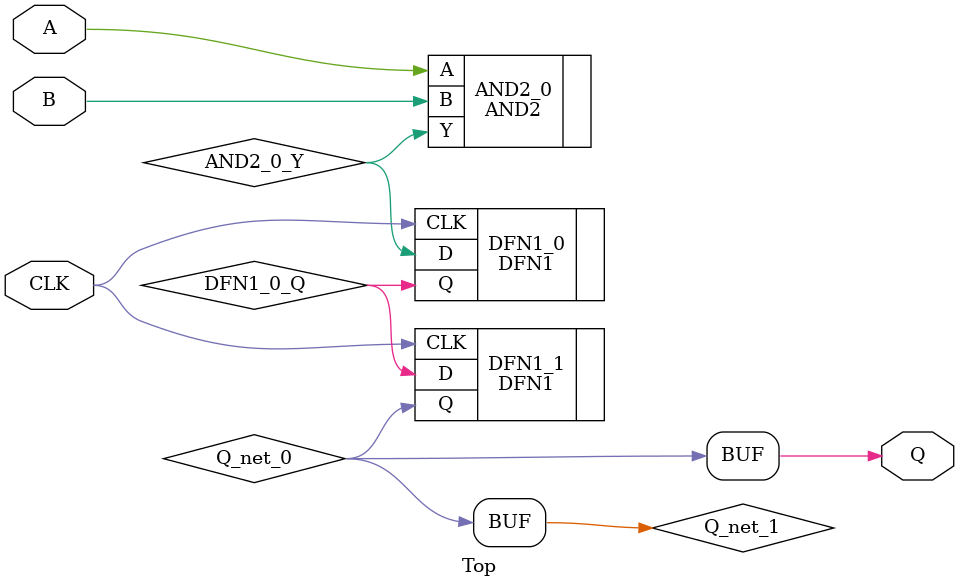
<source format=v>

`timescale 1ns / 100ps

module Top(
    // Inputs
    A,
    B,
    CLK,
    // Outputs
    Q
);

//--------------------------------------------------------------------
// Input
//--------------------------------------------------------------------
input  A;
input  B;
input  CLK;
//--------------------------------------------------------------------
// Output
//--------------------------------------------------------------------
output Q;
//--------------------------------------------------------------------
// Nets
//--------------------------------------------------------------------
wire   A;
wire   AND2_0_Y;
wire   B;
wire   CLK;
wire   DFN1_0_Q;
wire   Q_net_0;
wire   Q_net_1;
//--------------------------------------------------------------------
// Top level output port assignments
//--------------------------------------------------------------------
assign Q_net_1 = Q_net_0;
assign Q       = Q_net_1;
//--------------------------------------------------------------------
// Component instances
//--------------------------------------------------------------------
//--------AND2
AND2 AND2_0(
        // Inputs
        .A ( A ),
        .B ( B ),
        // Outputs
        .Y ( AND2_0_Y ) 
        );

//--------DFN1
DFN1 DFN1_0(
        // Inputs
        .D   ( AND2_0_Y ),
        .CLK ( CLK ),
        // Outputs
        .Q   ( DFN1_0_Q ) 
        );

//--------DFN1
DFN1 DFN1_1(
        // Inputs
        .D   ( DFN1_0_Q ),
        .CLK ( CLK ),
        // Outputs
        .Q   ( Q_net_0 ) 
        );


endmodule

</source>
